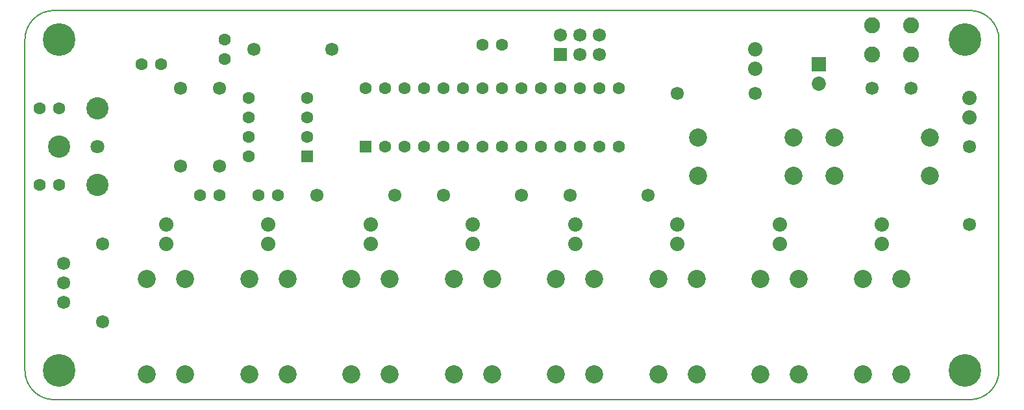
<source format=gbs>
G04 (created by PCBNEW (2012-oct-18)-testing) date Thu 11 Jul 2013 02:17:37 PM EDT*
%MOIN*%
G04 Gerber Fmt 3.4, Leading zero omitted, Abs format*
%FSLAX34Y34*%
G01*
G70*
G90*
G04 APERTURE LIST*
%ADD10C,0.002*%
%ADD11C,0.00590551*%
%ADD12C,0.114173*%
%ADD13C,0.0708661*%
%ADD14C,0.0629921*%
%ADD15C,0.073874*%
%ADD16C,0.067874*%
%ADD17C,0.092874*%
%ADD18R,0.067874X0.067874*%
%ADD19R,0.062874X0.062874*%
%ADD20C,0.062874*%
%ADD21R,0.072874X0.072874*%
%ADD22C,0.072874*%
%ADD23C,0.081874*%
%ADD24C,0.167874*%
G04 APERTURE END LIST*
G54D10*
G54D11*
X58750Y-75000D02*
X58750Y-58000D01*
X107250Y-76500D02*
X60250Y-76500D01*
X108750Y-58000D02*
X108750Y-75000D01*
X60250Y-56500D02*
X107250Y-56500D01*
X107250Y-76500D02*
G75*
G03X108750Y-75000I0J1500D01*
G74*
G01*
X108750Y-58000D02*
G75*
G03X107250Y-56500I-1500J0D01*
G74*
G01*
X58750Y-75000D02*
G75*
G03X60250Y-76500I1500J0D01*
G74*
G01*
X60250Y-56500D02*
G75*
G03X58750Y-58000I0J-1500D01*
G74*
G01*
G54D12*
X60500Y-63500D03*
X62468Y-61531D03*
X62468Y-65468D03*
G54D13*
X62468Y-63500D03*
G54D14*
X60500Y-65468D03*
X60500Y-61531D03*
X59515Y-61531D03*
X59515Y-65468D03*
G54D15*
X107250Y-62000D03*
X107250Y-61000D03*
X96250Y-59500D03*
X96250Y-58500D03*
G54D16*
X60750Y-71500D03*
X60750Y-70500D03*
X60750Y-69500D03*
G54D17*
X98210Y-64984D03*
X93290Y-64984D03*
X98210Y-63016D03*
X93290Y-63016D03*
X105210Y-64984D03*
X100290Y-64984D03*
X105210Y-63016D03*
X100290Y-63016D03*
X93234Y-70290D03*
X93234Y-75210D03*
X91266Y-70290D03*
X91266Y-75210D03*
X98484Y-70290D03*
X98484Y-75210D03*
X96516Y-70290D03*
X96516Y-75210D03*
X103734Y-70290D03*
X103734Y-75210D03*
X101766Y-70290D03*
X101766Y-75210D03*
X66984Y-70290D03*
X66984Y-75210D03*
X65016Y-70290D03*
X65016Y-75210D03*
X72234Y-70290D03*
X72234Y-75210D03*
X70266Y-70290D03*
X70266Y-75210D03*
X77484Y-70290D03*
X77484Y-75210D03*
X75516Y-70290D03*
X75516Y-75210D03*
X82734Y-70290D03*
X82734Y-75210D03*
X80766Y-70290D03*
X80766Y-75210D03*
X87984Y-70290D03*
X87984Y-75210D03*
X86016Y-70290D03*
X86016Y-75210D03*
G54D16*
X66750Y-64500D03*
X66750Y-60500D03*
X62750Y-72500D03*
X62750Y-68500D03*
X68750Y-60500D03*
X68750Y-64500D03*
X90750Y-66000D03*
X86750Y-66000D03*
X84250Y-66000D03*
X80250Y-66000D03*
X107250Y-63500D03*
X107250Y-67500D03*
X74500Y-58500D03*
X70500Y-58500D03*
X73750Y-66000D03*
X77750Y-66000D03*
X96250Y-60750D03*
X92250Y-60750D03*
G54D18*
X86250Y-58750D03*
G54D16*
X86250Y-57750D03*
X87250Y-58750D03*
X87250Y-57750D03*
X88250Y-58750D03*
X88250Y-57750D03*
G54D19*
X73250Y-64000D03*
G54D20*
X73250Y-63000D03*
X73250Y-62000D03*
X73250Y-61000D03*
X70250Y-61000D03*
X70250Y-62000D03*
X70250Y-63000D03*
X70250Y-64000D03*
X77250Y-63500D03*
X78250Y-63500D03*
X79250Y-63500D03*
X80250Y-63500D03*
X81250Y-63500D03*
X82250Y-63500D03*
X83250Y-63500D03*
X84250Y-63500D03*
X85250Y-63500D03*
X86250Y-63500D03*
X87250Y-63500D03*
X88250Y-63500D03*
X89250Y-63500D03*
G54D19*
X76250Y-63500D03*
G54D20*
X89250Y-60500D03*
X88250Y-60500D03*
X87250Y-60500D03*
X86250Y-60500D03*
X85250Y-60500D03*
X84250Y-60500D03*
X83250Y-60500D03*
X82250Y-60500D03*
X81250Y-60500D03*
X80250Y-60500D03*
X79250Y-60500D03*
X78250Y-60500D03*
X77250Y-60500D03*
X76250Y-60500D03*
G54D21*
X99500Y-59250D03*
G54D22*
X99500Y-60250D03*
G54D20*
X70750Y-66000D03*
X71750Y-66000D03*
X67750Y-66000D03*
X68750Y-66000D03*
X83250Y-58250D03*
X82250Y-58250D03*
X69000Y-59000D03*
X69000Y-58000D03*
G54D16*
X104250Y-60500D03*
X102250Y-60500D03*
G54D23*
X104250Y-58750D03*
X102250Y-58750D03*
X104250Y-57250D03*
X102250Y-57250D03*
G54D15*
X66000Y-68500D03*
X66000Y-67500D03*
X71250Y-68500D03*
X71250Y-67500D03*
X76500Y-68500D03*
X76500Y-67500D03*
X87000Y-68500D03*
X87000Y-67500D03*
X97500Y-68500D03*
X97500Y-67500D03*
X102750Y-68500D03*
X102750Y-67500D03*
X92250Y-68500D03*
X92250Y-67500D03*
X81750Y-68500D03*
X81750Y-67500D03*
G54D20*
X65750Y-59250D03*
X64750Y-59250D03*
G54D24*
X107000Y-58000D03*
X107000Y-75000D03*
X60500Y-75000D03*
X60500Y-58000D03*
M02*

</source>
